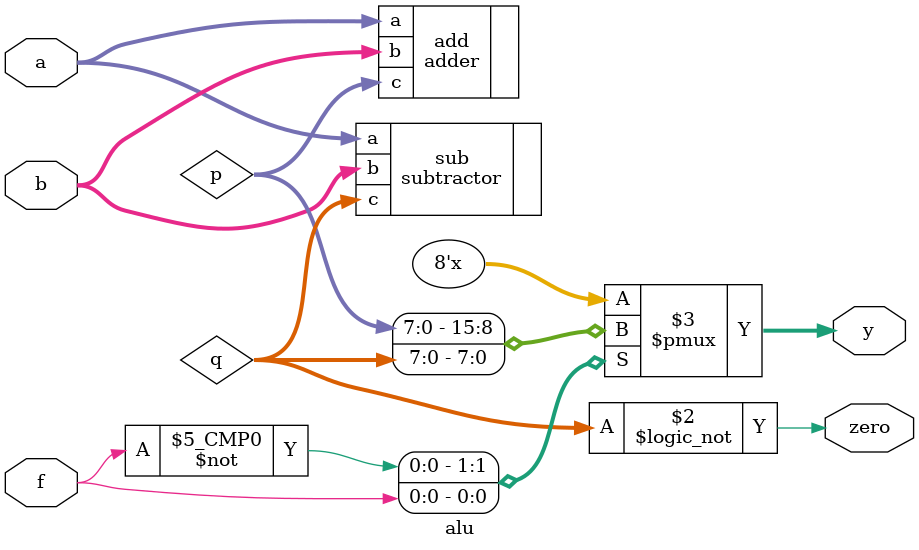
<source format=sv>
`timescale 1ns / 1ps

module alu (
    input logic [7:0] a,
    input logic [7:0] b,
    input logic f,
    output logic [7:0] y,
    output logic zero
);

  logic [7:0] p, q;

  adder add (
      .a(a),
      .b(b),
      .c(p)
  );

  subtractor sub (
      .a(a),
      .b(b),
      .c(q)
  );

  always_comb
    case (f)
      0: y = p;  // add
      1: y = q;  // subtract
      default: y = {8{1'bx}};
    endcase

  assign zero = (q == 0);

endmodule

</source>
